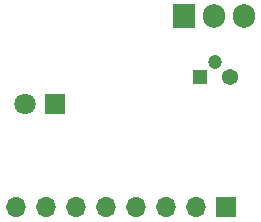
<source format=gbr>
G04 #@! TF.GenerationSoftware,KiCad,Pcbnew,9.0.0*
G04 #@! TF.CreationDate,2025-10-07T06:41:58-03:00*
G04 #@! TF.ProjectId,control temperatura_v3,636f6e74-726f-46c2-9074-656d70657261,rev?*
G04 #@! TF.SameCoordinates,Original*
G04 #@! TF.FileFunction,Soldermask,Bot*
G04 #@! TF.FilePolarity,Negative*
%FSLAX46Y46*%
G04 Gerber Fmt 4.6, Leading zero omitted, Abs format (unit mm)*
G04 Created by KiCad (PCBNEW 9.0.0) date 2025-10-07 06:41:58*
%MOMM*%
%LPD*%
G01*
G04 APERTURE LIST*
%ADD10R,1.700000X1.700000*%
%ADD11O,1.700000X1.700000*%
%ADD12R,1.200000X1.200000*%
%ADD13C,1.200000*%
%ADD14C,1.365000*%
%ADD15R,1.800000X1.800000*%
%ADD16C,1.800000*%
%ADD17R,1.905000X2.000000*%
%ADD18O,1.905000X2.000000*%
G04 APERTURE END LIST*
D10*
X149850000Y-75225000D03*
D11*
X147310000Y-75225000D03*
X144770000Y-75225000D03*
X142230000Y-75225000D03*
X139690000Y-75225000D03*
X137150000Y-75225000D03*
X134610000Y-75225000D03*
X132070000Y-75225000D03*
D12*
X147650000Y-64225000D03*
D13*
X148920000Y-62955000D03*
D14*
X150190000Y-64225000D03*
D15*
X135382000Y-66548000D03*
D16*
X132842000Y-66548000D03*
D17*
X146250000Y-59125000D03*
D18*
X148790000Y-59125000D03*
X151330000Y-59125000D03*
M02*

</source>
